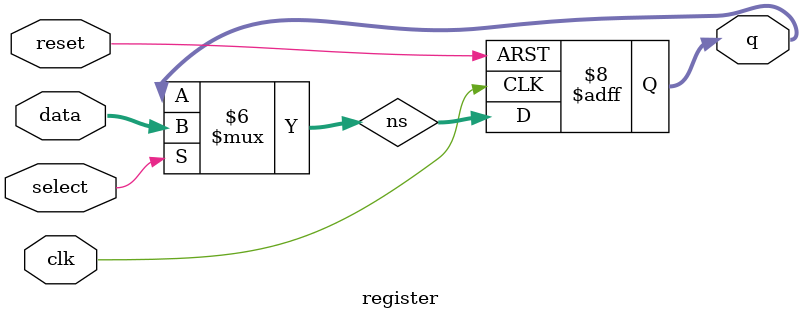
<source format=v>
module register ( data,
                  reset,
                  q,
                  select,
                  clk
    );
    
input wire [2:0] data;
input wire reset;
input wire select;
input wire clk;
output reg [2:0] q;

reg [2:0] ns;

always @ (posedge clk, negedge reset)
begin
    if (!reset)
      q <= 3'b000;
    else
      q <= ns;
end
always @ (select)
begin
    if(!select)
        ns <= q;
      else
        ns <= data;  
end

endmodule

</source>
